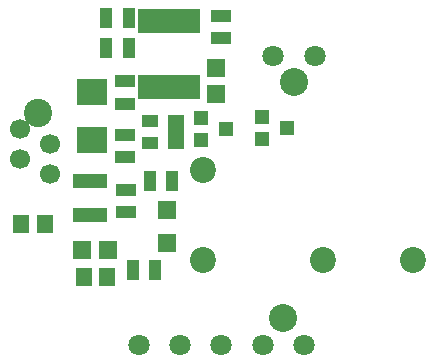
<source format=gbr>
G04 #@! TF.FileFunction,Soldermask,Top*
%FSLAX46Y46*%
G04 Gerber Fmt 4.6, Leading zero omitted, Abs format (unit mm)*
G04 Created by KiCad (PCBNEW 4.0.7-e2-6376~58~ubuntu16.04.1) date Mon Feb  5 20:58:07 2018*
%MOMM*%
%LPD*%
G01*
G04 APERTURE LIST*
%ADD10C,0.100000*%
%ADD11R,1.100000X1.700000*%
%ADD12C,1.797000*%
%ADD13C,2.381000*%
%ADD14R,1.700000X1.100000*%
%ADD15R,1.300000X1.200000*%
%ADD16R,1.400000X1.650000*%
%ADD17C,2.200000*%
%ADD18R,2.900000X1.300000*%
%ADD19R,0.750000X2.000000*%
%ADD20R,2.559000X2.178000*%
%ADD21R,1.600000X1.600000*%
%ADD22R,1.460000X1.050000*%
%ADD23C,1.700000*%
%ADD24C,2.400000*%
G04 APERTURE END LIST*
D10*
D11*
X151127500Y-92824300D03*
X149227500Y-92824300D03*
D12*
X166870260Y-96019620D03*
X163370260Y-96019620D03*
D13*
X165120260Y-98249620D03*
D14*
X150898860Y-107332740D03*
X150898860Y-109232740D03*
X150771860Y-104584540D03*
X150771860Y-102684540D03*
X150807420Y-100043020D03*
X150807420Y-98143020D03*
D11*
X154795260Y-106641900D03*
X152895260Y-106641900D03*
D14*
X158940500Y-92636300D03*
X158940500Y-94536300D03*
D15*
X162391380Y-101180860D03*
X162391380Y-103080860D03*
X164491380Y-102130860D03*
D16*
X149306280Y-114741960D03*
X147306280Y-114741960D03*
D17*
X157416500Y-113317020D03*
X167576500Y-113317020D03*
X175196500Y-113317020D03*
X157416500Y-105697020D03*
D18*
X147835620Y-106568580D03*
X147835620Y-109468580D03*
D19*
X152220500Y-98672300D03*
X152870500Y-98672300D03*
X153520500Y-98672300D03*
X154170500Y-98672300D03*
X154820500Y-98672300D03*
X155470500Y-98672300D03*
X156120500Y-98672300D03*
X156770500Y-98672300D03*
X156770500Y-93072300D03*
X156120500Y-93072300D03*
X155470500Y-93072300D03*
X154820500Y-93072300D03*
X154170500Y-93072300D03*
X153520500Y-93072300D03*
X152870500Y-93072300D03*
X152220500Y-93072300D03*
D20*
X147980400Y-99098100D03*
X147980400Y-103162100D03*
D21*
X154348180Y-109087460D03*
X154348180Y-111887460D03*
D15*
X157240260Y-101241820D03*
X157240260Y-103141820D03*
X159340260Y-102191820D03*
D11*
X153344920Y-114170460D03*
X151444920Y-114170460D03*
X151127500Y-95364300D03*
X149227500Y-95364300D03*
D22*
X155156260Y-103400940D03*
X155156260Y-102450940D03*
X155156260Y-101500940D03*
X152956260Y-101500940D03*
X152956260Y-103400940D03*
D21*
X158483300Y-97027820D03*
X158483300Y-99227820D03*
X149397900Y-112448340D03*
X147197900Y-112448340D03*
D12*
X162463120Y-120462040D03*
X165963120Y-120462040D03*
D13*
X164213120Y-118232040D03*
D12*
X158963120Y-120462040D03*
X155463120Y-120462040D03*
X151963120Y-120462040D03*
D23*
X141945360Y-104749600D03*
X141945360Y-102209600D03*
X144485360Y-103479600D03*
X144485360Y-106019600D03*
D24*
X143445360Y-100809600D03*
D16*
X144007080Y-110271560D03*
X142007080Y-110271560D03*
M02*

</source>
